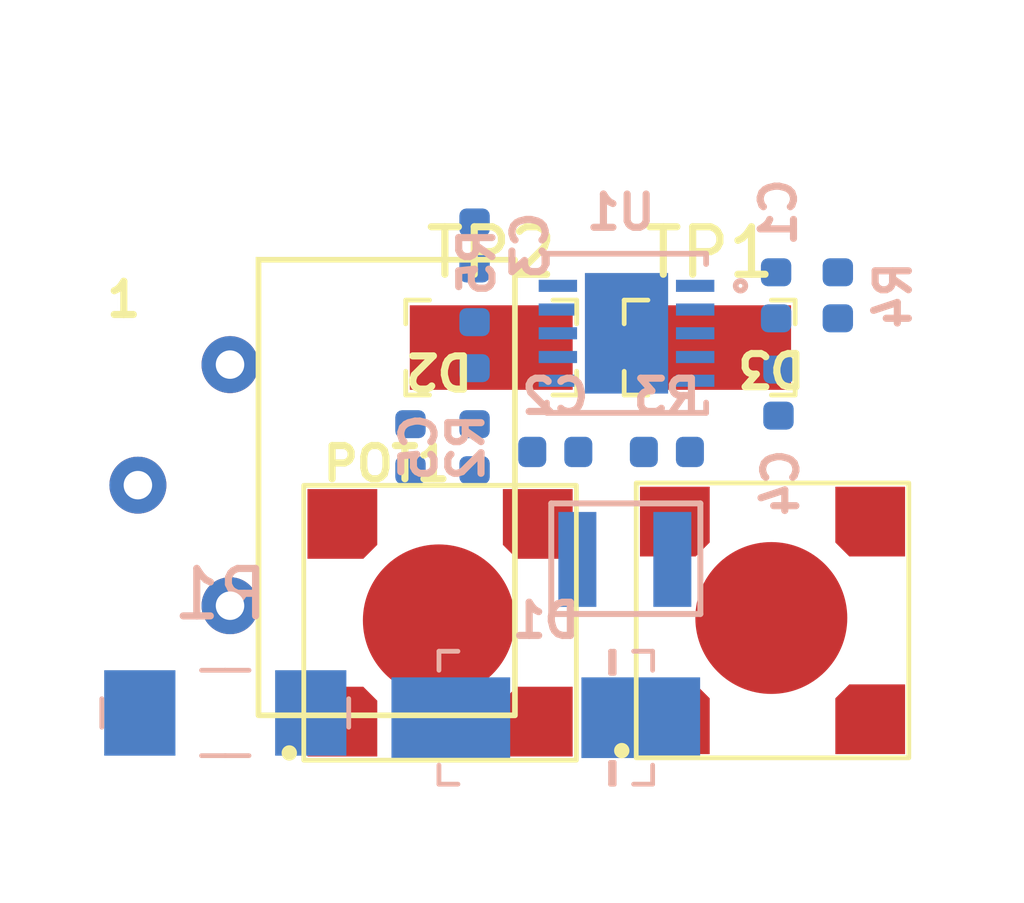
<source format=kicad_pcb>
(kicad_pcb (version 20211014) (generator pcbnew)
  (layers (0 "F.Cu" signal) (31 "B.Cu" signal) (34 "B.Paste" user) (35 "F.Paste" user) (36 "B.SilkS" user "B.Silkscreen") (37 "F.SilkS" user "F.Silkscreen") (38 "B.Mask" user) (39 "F.Mask" user) (44 "Edge.Cuts" user))
  (net 0 "")
  (net 1 "+12V")
  (net 2 "GND")
  (net 3 "Net-(C2-Pad1)")
  (net 4 "Net-(C2-Pad2)")
  (net 5 "Net-(C3-Pad1)")
  (net 6 "Net-(C3-Pad2)")
  (net 7 "Net-(C4-Pad1)")
  (net 8 "Net-(C5-Pad1)")
  (net 9 "Net-(D2-Pad1)")
  (net 11 "Net-(TP2-Pad1)")
  (net 13 "Net-(POT1-Pad1)")
  (net 15 "Net-(R1-Pad2)")
  (net 16 "Net-(R3-Pad2)")
  (footprint "antmicro-footprints:LZ1-00R802_4EP_4.4x4.4" (layer "F.Cu") (at 159.2988 82.0496 180)
    (fp_text reference "D2" (at 0.0508 5.3072 180 unlocked) (layer "F.SilkS") (effects (font (size 0.7 0.7))))
    (fp_text value "LZ1-00R802-0000")
    (fp_rect (start -2.8448 -2.8956) (end 2.8956 2.8956) (layer "F.SilkS") (width 0.1) (fill none))
    (fp_circle (center 3.2004 -2.7432) (end 3.302 -2.7432) (layer "F.SilkS") (width 0.12) (fill solid))
    (pad "1" smd roundrect (at -2.032 -2.0828) (size 1.47 1.47) (layers "F.Cu" "F.Paste" "F.Mask") (roundrect_rratio 0) (chamfer_ratio 0.2) (chamfer top_left) (net 9 "Net-(D2-Pad1)"))
    (pad "2" smd roundrect (at 2.0828 -2.0828 270) (size 1.47 1.47) (layers "F.Cu" "F.Paste" "F.Mask") (roundrect_rratio 0) (chamfer_ratio 0.2) (chamfer top_left) (net 11 "Net-(TP2-Pad1)"))
    (pad "3" smd roundrect (at 2.0828 2.0828 180) (size 1.47 1.47) (layers "F.Cu" "F.Paste" "F.Mask") (roundrect_rratio 0) (chamfer_ratio 0.2) (chamfer top_left) (net 11 "Net-(TP2-Pad1)"))
    (pad "4" smd roundrect (at -2.032 2.0828 90) (size 1.47 1.47) (layers "F.Cu" "F.Paste" "F.Mask") (roundrect_rratio 0) (chamfer_ratio 0.2) (chamfer top_left) (net 9 "Net-(D2-Pad1)"))
    (pad "5" smd circle (at 0.0508 0.0508 90) (size 3.2 3.2) (layers "F.Cu" "F.Paste" "F.Mask"))
  )
  (footprint "antmicro-footprints:LZ1-00R802_4EP_4.4x4.4" (layer "F.Cu") (at 166.3 82 180)
    (fp_text reference "D3" (at 0.0508 5.3072 180 unlocked) (layer "F.SilkS") (effects (font (size 0.7 0.7))))
    (fp_text value "LZ1-00R802-0000")
    (fp_rect (start -2.8448 -2.8956) (end 2.8956 2.8956) (layer "F.SilkS") (width 0.1) (fill none))
    (fp_circle (center 3.2004 -2.7432) (end 3.302 -2.7432) (layer "F.SilkS") (width 0.12) (fill solid))
    (pad "1" smd roundrect (at -2.032 -2.0828) (size 1.47 1.47) (layers "F.Cu" "F.Paste" "F.Mask") (roundrect_rratio 0) (chamfer_ratio 0.2) (chamfer top_left) (net 15 "Net-(R1-Pad2)"))
    (pad "2" smd roundrect (at 2.0828 -2.0828 270) (size 1.47 1.47) (layers "F.Cu" "F.Paste" "F.Mask") (roundrect_rratio 0) (chamfer_ratio 0.2) (chamfer top_left) (net 9 "Net-(D2-Pad1)"))
    (pad "3" smd roundrect (at 2.0828 2.0828 180) (size 1.47 1.47) (layers "F.Cu" "F.Paste" "F.Mask") (roundrect_rratio 0) (chamfer_ratio 0.2) (chamfer top_left) (net 9 "Net-(D2-Pad1)"))
    (pad "4" smd roundrect (at -2.032 2.0828 90) (size 1.47 1.47) (layers "F.Cu" "F.Paste" "F.Mask") (roundrect_rratio 0) (chamfer_ratio 0.2) (chamfer top_left) (net 15 "Net-(R1-Pad2)"))
    (pad "5" smd circle (at 0.0508 0.0508 90) (size 3.2 3.2) (layers "F.Cu" "F.Paste" "F.Mask"))
  )
  (footprint "antmicro-footprints:P10XXAI203KB30" (layer "F.Cu") (at 158.15 79.2)
    (fp_text reference "POT1" (at 0 -0.5 unlocked) (layer "F.SilkS") (effects (font (size 0.7 0.7))))
    (fp_text value "P10XXAI203KB30")
    (fp_text user "1" (at -5.5372 -3.9624 unlocked) (layer "F.SilkS") (effects (font (size 0.7 0.7))))
    (fp_rect (start -2.7 -4.8) (end 2.7 4.8) (layer "F.SilkS") (width 0.12) (fill none))
    (pad "1" thru_hole circle (at -3.3 -2.59 90) (size 1.2 1.2) (drill 0.6) (layers *.Cu *.Mask) (net 13 "Net-(POT1-Pad1)"))
    (pad "2" thru_hole circle (at -5.24 -0.05 90) (size 1.2 1.2) (drill 0.6) (layers *.Cu *.Mask))
    (pad "3" thru_hole circle (at -3.3 2.49 90) (size 1.2 1.2) (drill 0.6) (layers *.Cu *.Mask) (net 1 "+12V"))
  )
  (footprint "antmicro-footprints:PC_TEST-POINT_MINI_3.43x1.78mm" (layer "F.Cu") (at 164.9508 76.2508)
    (fp_text reference "TP1" (at 0 -2) (layer "F.SilkS"))
    (fp_text value "5017")
    (fp_line (start -1.8 1) (end -1.8 0.5) (layer "F.SilkS") (width 0.1))
    (fp_line (start 1.8 1) (end 1.3 1) (layer "F.SilkS") (width 0.1))
    (fp_line (start -1.8 -1) (end -1.3 -1) (layer "F.SilkS") (width 0.1))
    (fp_line (start -1.8 1) (end -1.3 1) (layer "F.SilkS") (width 0.1))
    (fp_line (start -1.8 -1) (end -1.8 -0.5) (layer "F.SilkS") (width 0.1))
    (fp_line (start 1.8 -1) (end 1.8 -0.5) (layer "F.SilkS") (width 0.1))
    (fp_line (start 1.8 -1) (end 1.3 -1) (layer "F.SilkS") (width 0.1))
    (fp_line (start 1.8 1) (end 1.8 0.5) (layer "F.SilkS") (width 0.1))
    (pad "1" smd rect locked (at 0 0) (size 3.43 1.78) (layers "F.Cu" "F.Paste" "F.Mask") (net 16 "Net-(R3-Pad2)"))
  )
  (footprint "antmicro-footprints:PC_TEST-POINT_MINI_3.43x1.78mm" (layer "F.Cu") (at 160.3508 76.2508)
    (fp_text reference "TP2" (at 0 -2) (layer "F.SilkS"))
    (fp_text value "5017")
    (fp_line (start -1.8 -1) (end -1.3 -1) (layer "F.SilkS") (width 0.1))
    (fp_line (start 1.8 -1) (end 1.8 -0.5) (layer "F.SilkS") (width 0.1))
    (fp_line (start 1.8 1) (end 1.3 1) (layer "F.SilkS") (width 0.1))
    (fp_line (start 1.8 -1) (end 1.3 -1) (layer "F.SilkS") (width 0.1))
    (fp_line (start -1.8 1) (end -1.8 0.5) (layer "F.SilkS") (width 0.1))
    (fp_line (start 1.8 1) (end 1.8 0.5) (layer "F.SilkS") (width 0.1))
    (fp_line (start -1.8 1) (end -1.3 1) (layer "F.SilkS") (width 0.1))
    (fp_line (start -1.8 -1) (end -1.8 -0.5) (layer "F.SilkS") (width 0.1))
    (pad "1" smd rect locked (at 0 0) (size 3.43 1.78) (layers "F.Cu" "F.Paste" "F.Mask") (net 11 "Net-(TP2-Pad1)"))
  )
  (footprint "antmicro-footprints:1206-res" (layer "B.Cu") (at 154.75 83.95 180)
    (fp_text reference "R1" (at 0.1 2.5) (layer "B.SilkS") (effects (justify mirror)))
    (fp_text value "R_0R2_1206")
    (fp_line (start 0 0.9) (end -0.5 0.9) (layer "B.SilkS") (width 0.1))
    (fp_line (start 0 -0.9) (end -0.5 -0.9) (layer "B.SilkS") (width 0.1))
    (fp_line (start -2.6 0.3) (end -2.6 -0.3) (layer "B.SilkS") (width 0.1))
    (fp_line (start 2.6 0.3) (end 2.6 -0.3) (layer "B.SilkS") (width 0.1))
    (fp_line (start 0 0.9) (end 0.5 0.9) (layer "B.SilkS") (width 0.1))
    (fp_line (start 0 -0.9) (end 0.5 -0.9) (layer "B.SilkS") (width 0.1))
    (pad "1" smd rect locked (at -1.8 0 180) (size 1.5 1.8) (layers "B.Cu" "B.Paste" "B.Mask") (net 2 "GND"))
    (pad "2" smd rect locked (at 1.8 0 180) (size 1.5 1.8) (layers "B.Cu" "B.Paste" "B.Mask") (net 15 "Net-(R1-Pad2)"))
  )
  (footprint "antmicro-footprints:MP2483DQ-LF-P" (layer "B.Cu") (at 163.2 75.95 180)
    (fp_text reference "U1" (at 0.12 2.55) (layer "B.SilkS") (effects (font (size 0.7 0.7)) (justify mirror)))
    (fp_text value "MP2483DQ-LF-P" hide)
    (fp_line (start -1.6764 -1.460141) (end -1.6764 -1.6764) (layer "B.SilkS") (width 0.12))
    (fp_line (start 1.6764 1.460141) (end 1.6764 1.6764) (layer "B.SilkS") (width 0.12))
    (fp_line (start -1.6764 -1.6764) (end 1.6764 -1.6764) (layer "B.SilkS") (width 0.12))
    (fp_line (start 1.6764 -1.6764) (end 1.6764 -1.460141) (layer "B.SilkS") (width 0.12))
    (fp_line (start 1.6764 1.6764) (end -1.6764 1.6764) (layer "B.SilkS") (width 0.12))
    (fp_line (start -1.6764 1.6764) (end -1.6764 1.460141) (layer "B.SilkS") (width 0.12))
    (fp_circle (center -2.400199 1) (end -2.298599 1) (layer "B.SilkS") (width 0.12) (fill none))
    (pad "1" smd rect locked (at -1.4454 1.000001 180) (size 0.807999 0.2548) (layers "B.Cu" "B.Paste" "B.Mask") (net 1 "+12V"))
    (pad "2" smd rect locked (at -1.4454 0.499999 180) (size 0.807999 0.2548) (layers "B.Cu" "B.Paste" "B.Mask") (net 2 "GND"))
    (pad "3" smd rect locked (at -1.4454 0 180) (size 0.807999 0.2548) (layers "B.Cu" "B.Paste" "B.Mask") (net 16 "Net-(R3-Pad2)"))
    (pad "4" smd rect locked (at -1.4454 -0.499999 180) (size 0.807999 0.2548) (layers "B.Cu" "B.Paste" "B.Mask") (net 15 "Net-(R1-Pad2)"))
    (pad "5" smd rect locked (at -1.4454 -1.000001 180) (size 0.807999 0.2548) (layers "B.Cu" "B.Paste" "B.Mask") (net 7 "Net-(C4-Pad1)"))
    (pad "6" smd rect locked (at 1.4454 -1.000001 180) (size 0.807999 0.2548) (layers "B.Cu" "B.Paste" "B.Mask") (net 8 "Net-(C5-Pad1)"))
    (pad "7" smd rect locked (at 1.4454 -0.499999 180) (size 0.807999 0.2548) (layers "B.Cu" "B.Paste" "B.Mask") (net 13 "Net-(POT1-Pad1)"))
    (pad "8" smd rect locked (at 1.4454 0 180) (size 0.807999 0.2548) (layers "B.Cu" "B.Paste" "B.Mask") (net 2 "GND"))
    (pad "9" smd rect locked (at 1.4454 0.499999 180) (size 0.807999 0.2548) (layers "B.Cu" "B.Paste" "B.Mask") (net 5 "Net-(C3-Pad1)"))
    (pad "10" smd rect locked (at 1.4454 1.000001 180) (size 0.807999 0.2548) (layers "B.Cu" "B.Paste" "B.Mask") (net 6 "Net-(C3-Pad2)"))
    (pad "EPAD" smd rect locked (at 0 0 180) (size 1.7526 2.54) (layers "B.Cu" "B.Paste" "B.Mask") (net 2 "GND"))
  )
  (footprint "antmicro-footprints:0402-cap" (layer "B.Cu") (at 166.35 75.15 -90)
    (fp_text reference "C1" (at -1.75 -0.05 90) (layer "B.SilkS") (effects (font (size 0.7 0.7)) (justify mirror)))
    (fp_text value "C_10u_0402")
    (pad "1" smd roundrect (at -0.485 0 270) (size 0.59 0.64) (layers "B.Cu" "B.Paste" "B.Mask") (net 1 "+12V"))
    (pad "2" smd roundrect (at 0.485 0 270) (size 0.59 0.64) (layers "B.Cu" "B.Paste" "B.Mask") (net 2 "GND"))
  )
  (footprint "antmicro-footprints:SRP2512A-1R0M" (layer "B.Cu") (at 163.415 80.715)
    (fp_text reference "L1" hide)
    (fp_text value "SRP2512A-4R7M" hide)
    (fp_line (start 1.34 1.15) (end 1.34 -1.18) (layer "B.SilkS") (width 0.125))
    (fp_line (start 1.34 -1.18) (end -1.8 -1.18) (layer "B.SilkS") (width 0.125))
    (fp_line (start -1.8 1.15) (end 1.34 1.15) (layer "B.SilkS") (width 0.125))
    (fp_line (start -1.8 -1.18) (end -1.8 1.15) (layer "B.SilkS") (width 0.125))
    (pad "1" smd rect locked (at -1.25 0 270) (size 2 0.8) (layers "B.Cu" "B.Paste" "B.Mask") (net 6 "Net-(C3-Pad2)"))
    (pad "2" smd rect locked (at 0.75 0 270) (size 2 0.8) (layers "B.Cu" "B.Paste" "B.Mask") (net 3 "Net-(C2-Pad1)"))
  )
  (footprint "antmicro-footprints:0402-res" (layer "B.Cu") (at 164.05 78.45 180)
    (fp_text reference "R3" (at 0 1.17) (layer "B.SilkS") (effects (font (size 0.7 0.7)) (justify mirror)))
    (fp_text value "R_2k_0402")
    (pad "1" smd roundrect locked (at -0.485 0 180) (size 0.59 0.64) (layers "B.Cu" "B.Paste" "B.Mask") (net 3 "Net-(C2-Pad1)"))
    (pad "2" smd roundrect locked (at 0.485 0 180) (size 0.59 0.64) (layers "B.Cu" "B.Paste" "B.Mask") (net 16 "Net-(R3-Pad2)"))
  )
  (footprint "antmicro-footprints:DO-214AC" (layer "B.Cu") (at 161.5 84.05 180)
    (fp_text reference "D1" (at 0 2.05) (layer "B.SilkS") (effects (font (size 0.7 0.7)) (justify mirror)))
    (fp_text value "B360A-M3")
    (fp_line (start -1.44018 1.39954) (end -1.44018 0.93472) (layer "B.SilkS") (width 0.1))
    (fp_line (start -1.36398 -0.94234) (end -1.36398 -1.40208) (layer "B.SilkS") (width 0.1))
    (fp_line (start -1.36398 0.93472) (end -1.36398 1.39954) (layer "B.SilkS") (width 0.1))
    (fp_line (start -2.25 -1.4) (end -1.85 -1.4) (layer "B.SilkS") (width 0.1))
    (fp_line (start 2.25 -1.4) (end 2.25 -1) (layer "B.SilkS") (width 0.1))
    (fp_line (start 2.25 1.4) (end 2.25 1) (layer "B.SilkS") (width 0.1))
    (fp_line (start -2.25 1.4) (end -1.85 1.4) (layer "B.SilkS") (width 0.1))
    (fp_line (start 2.25 -1.4) (end 1.85 -1.4) (layer "B.SilkS") (width 0.1))
    (fp_line (start -2.25 1.4) (end -2.25 1) (layer "B.SilkS") (width 0.1))
    (fp_line (start 2.25 1.4) (end 1.85 1.4) (layer "B.SilkS") (width 0.1))
    (fp_line (start -1.44018 -1.40208) (end -1.44018 -0.94234) (layer "B.SilkS") (width 0.1))
    (fp_line (start -1.36398 -1.40208) (end -1.44018 -1.40208) (layer "B.SilkS") (width 0.1))
    (fp_line (start -1.44018 0.93472) (end -1.36398 0.93472) (layer "B.SilkS") (width 0.1))
    (fp_line (start -1.36398 1.39954) (end -1.44018 1.39954) (layer "B.SilkS") (width 0.1))
    (fp_line (start -2.25 -1.4) (end -2.25 -1) (layer "B.SilkS") (width 0.1))
    (fp_line (start -1.44018 -0.94234) (end -1.36398 -0.94234) (layer "B.SilkS") (width 0.1))
    (pad "A" smd rect locked (at 2 0 180) (size 2.5 1.7) (layers "B.Cu" "B.Paste" "B.Mask") (net 4 "Net-(C2-Pad2)"))
    (pad "K" smd rect locked (at -2 0 180) (size 2.5 1.7) (layers "B.Cu" "B.Paste" "B.Mask") (net 6 "Net-(C3-Pad2)"))
  )
  (footprint "antmicro-footprints:0402-res" (layer "B.Cu") (at 160 76.2 -90)
    (fp_text reference "R5" (at -1.75 -0.05 90) (layer "B.SilkS") (effects (font (size 0.7 0.7)) (justify mirror)))
    (fp_text value "R_2k55_0402")
    (pad "1" smd roundrect locked (at -0.485 0 270) (size 0.59 0.64) (layers "B.Cu" "B.Paste" "B.Mask") (net 2 "GND"))
    (pad "2" smd roundrect locked (at 0.485 0 270) (size 0.59 0.64) (layers "B.Cu" "B.Paste" "B.Mask") (net 13 "Net-(POT1-Pad1)"))
  )
  (footprint "antmicro-footprints:0402-cap" (layer "B.Cu") (at 161.7 78.45 180)
    (fp_text reference "C2" (at 0 1.17) (layer "B.SilkS") (effects (font (size 0.7 0.7)) (justify mirror)))
    (fp_text value "C_2u2_0402")
    (pad "1" smd roundrect (at -0.485 0 180) (size 0.59 0.64) (layers "B.Cu" "B.Paste" "B.Mask") (net 3 "Net-(C2-Pad1)"))
    (pad "2" smd roundrect (at 0.485 0 180) (size 0.59 0.64) (layers "B.Cu" "B.Paste" "B.Mask") (net 4 "Net-(C2-Pad2)"))
  )
  (footprint "antmicro-footprints:0402-cap" (layer "B.Cu") (at 160 74.1 90)
    (fp_text reference "C3" (at 0 1.17 90) (layer "B.SilkS") (effects (font (size 0.7 0.7)) (justify mirror)))
    (fp_text value "C_100n_0402")
    (pad "1" smd roundrect (at -0.485 0 90) (size 0.59 0.64) (layers "B.Cu" "B.Paste" "B.Mask") (net 5 "Net-(C3-Pad1)"))
    (pad "2" smd roundrect (at 0.485 0 90) (size 0.59 0.64) (layers "B.Cu" "B.Paste" "B.Mask") (net 6 "Net-(C3-Pad2)"))
  )
  (footprint "antmicro-footprints:0402-cap" (layer "B.Cu") (at 160 78.35 -90)
    (fp_text reference "C5" (at 0 1.17 90) (layer "B.SilkS") (effects (font (size 0.7 0.7)) (justify mirror)))
    (fp_text value "C_1n0_0402")
    (pad "1" smd roundrect (at -0.485 0 270) (size 0.59 0.64) (layers "B.Cu" "B.Paste" "B.Mask") (net 8 "Net-(C5-Pad1)"))
    (pad "2" smd roundrect (at 0.485 0 270) (size 0.59 0.64) (layers "B.Cu" "B.Paste" "B.Mask") (net 2 "GND"))
  )
  (footprint "antmicro-footprints:0402-res" (layer "B.Cu") (at 167.65 75.15 90)
    (fp_text reference "R4" (at 0 1.17 90) (layer "B.SilkS") (effects (font (size 0.7 0.7)) (justify mirror)))
    (fp_text value "R_18k_0402")
    (pad "1" smd roundrect locked (at -0.485 0 90) (size 0.59 0.64) (layers "B.Cu" "B.Paste" "B.Mask") (net 16 "Net-(R3-Pad2)"))
    (pad "2" smd roundrect locked (at 0.485 0 90) (size 0.59 0.64) (layers "B.Cu" "B.Paste" "B.Mask") (net 2 "GND"))
  )
  (footprint "antmicro-footprints:0402-res" (layer "B.Cu") (at 158.65 78.35 90)
    (fp_text reference "R2" (at 0 1.17 90) (layer "B.SilkS") (effects (font (size 0.7 0.7)) (justify mirror)))
    (fp_text value "R_100k_0.1%_0402")
    (pad "1" smd roundrect locked (at -0.485 0 90) (size 0.59 0.64) (layers "B.Cu" "B.Paste" "B.Mask") (net 2 "GND"))
    (pad "2" smd roundrect locked (at 0.485 0 90) (size 0.59 0.64) (layers "B.Cu" "B.Paste" "B.Mask") (net 8 "Net-(C5-Pad1)"))
  )
  (footprint "antmicro-footprints:0402-cap" (layer "B.Cu") (at 166.4 77.2 90)
    (fp_text reference "C4" (at -1.9 0.05 90) (layer "B.SilkS") (effects (font (size 0.7 0.7)) (justify mirror)))
    (fp_text value "C_1n0_0402")
    (pad "1" smd roundrect (at -0.485 0 90) (size 0.59 0.64) (layers "B.Cu" "B.Paste" "B.Mask") (net 7 "Net-(C4-Pad1)"))
    (pad "2" smd roundrect (at 0.485 0 90) (size 0.59 0.64) (layers "B.Cu" "B.Paste" "B.Mask") (net 2 "GND"))
  )
)
</source>
